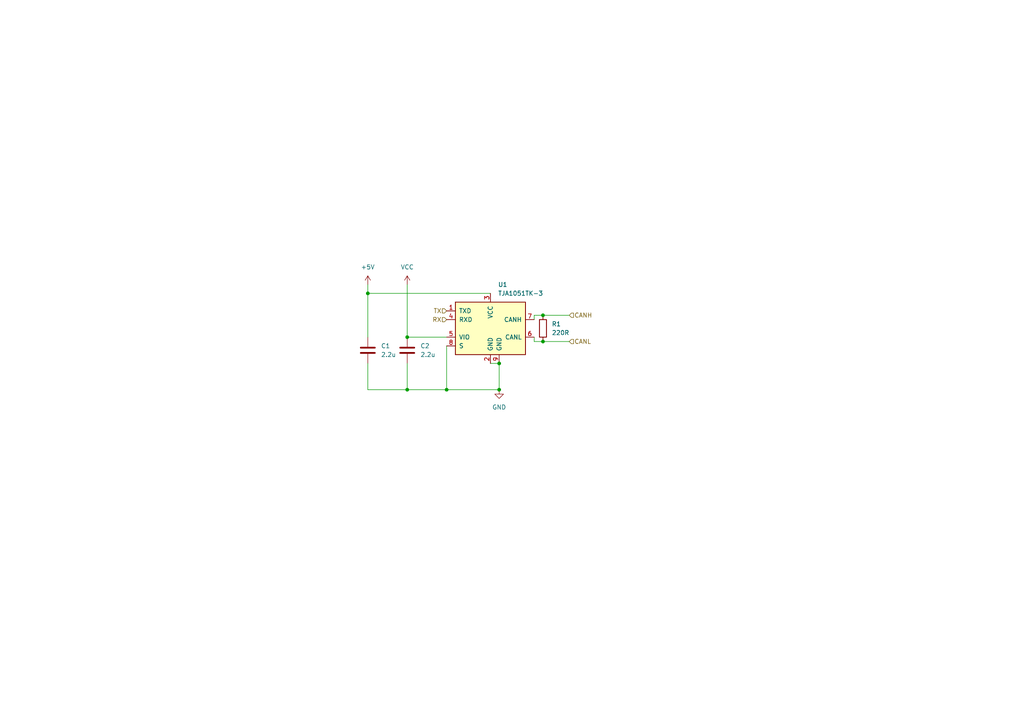
<source format=kicad_sch>
(kicad_sch (version 20231120) (generator "eeschema") (generator_version "8.0")
  (paper "A4")
  (lib_symbols
    (symbol "Device:C" (pin_numbers hide) (pin_names (offset 0.254))
      (property "Reference" "C" (at 0.635 2.54 0))
      (property "Value" "C" (at 0.635 -2.54 0))
      (symbol "C_0_1"
        (polyline (pts (xy -2.032 -0.762) (xy 2.032 -0.762)) (stroke (width 0.508)))
        (polyline (pts (xy -2.032 0.762) (xy 2.032 0.762)) (stroke (width 0.508)))
      )
      (symbol "C_1_1"
        (pin passive line (at 0 3.81 270) (length 2.794) (name "~") (number "1"))
        (pin passive line (at 0 -3.81 90) (length 2.794) (name "~") (number "2"))
      )
    )
    (symbol "Device:R" (pin_numbers hide) (pin_names (offset 0))
      (property "Reference" "R" (at 2.032 0 90))
      (property "Value" "R" (at 0 0 90))
      (symbol "R_0_1"
        (rectangle (start -1.016 -2.54) (end 1.016 2.54) (stroke (width 0.254)))
      )
      (symbol "R_1_1"
        (pin passive line (at 0 3.81 270) (length 1.27) (name "~") (number "1"))
        (pin passive line (at 0 -3.81 90) (length 1.27) (name "~") (number "2"))
      )
    )
    (symbol "Interface_CAN_LIN:TJA1051TK-3" (pin_names (offset 1.016))
      (property "Reference" "U" (at -10.16 8.89 0))
      (property "Value" "TJA1051TK-3" (at 1.27 8.89 0))
      (symbol "TJA1051TK-3_0_1"
        (rectangle (start -10.16 7.62) (end 10.16 -7.62) (stroke (width 0.254)) (fill (type background)))
      )
      (symbol "TJA1051TK-3_1_1"
        (pin input line (at -12.7 5.08 0) (length 2.54) (name "TXD") (number "1"))
        (pin power_in line (at 0 -10.16 90) (length 2.54) (name "GND") (number "2"))
        (pin power_in line (at 0 10.16 270) (length 2.54) (name "VCC") (number "3"))
        (pin output line (at -12.7 2.54 0) (length 2.54) (name "RXD") (number "4"))
        (pin power_in line (at -12.7 -2.54 0) (length 2.54) (name "VIO") (number "5"))
        (pin bidirectional line (at 12.7 -2.54 180) (length 2.54) (name "CANL") (number "6"))
        (pin bidirectional line (at 12.7 2.54 180) (length 2.54) (name "CANH") (number "7"))
        (pin input line (at -12.7 -5.08 0) (length 2.54) (name "S") (number "8"))
        (pin power_in line (at 2.54 -10.16 90) (length 2.54) (name "GND") (number "9"))
      )
    )
    (symbol "power:+5V" (power) (pin_names (offset 0))
      (property "Value" "+5V" (at 0 3.556 0))
      (symbol "+5V_0_1"
        (polyline (pts (xy -0.762 1.27) (xy 0 2.54)))
        (polyline (pts (xy 0 0) (xy 0 2.54)))
        (polyline (pts (xy 0 2.54) (xy 0.762 1.27)))
      )
      (symbol "+5V_1_1"
        (pin power_in line (at 0 0 90) (length 0) hide (name "+5V") (number "1"))
      )
    )
    (symbol "power:GND" (power) (pin_names (offset 0))
      (property "Value" "GND" (at 0 -3.81 0))
      (symbol "GND_0_1"
        (polyline (pts (xy 0 0) (xy 0 -1.27) (xy 1.27 -1.27) (xy 0 -2.54) (xy -1.27 -1.27) (xy 0 -1.27)))
      )
      (symbol "GND_1_1"
        (pin power_in line (at 0 0 270) (length 0) hide (name "GND") (number "1"))
      )
    )
    (symbol "power:VCC" (power) (pin_names (offset 0))
      (property "Value" "VCC" (at 0 3.81 0))
      (symbol "VCC_0_1"
        (polyline (pts (xy -0.762 1.27) (xy 0 2.54)))
        (polyline (pts (xy 0 0) (xy 0 2.54)))
        (polyline (pts (xy 0 2.54) (xy 0.762 1.27)))
      )
      (symbol "VCC_1_1"
        (pin power_in line (at 0 0 90) (length 0) hide (name "VCC") (number "1"))
      )
    )
  )
  (junction (at 118.11 113.03))
  (junction (at 144.78 105.41))
  (junction (at 129.54 113.03))
  (junction (at 118.11 97.79))
  (junction (at 157.48 91.44))
  (junction (at 106.68 85.09))
  (junction (at 144.78 113.03))
  (junction (at 157.48 99.06))
  (wire (pts (xy 157.48 91.44) (xy 165.1 91.44)))
  (wire (pts (xy 106.68 105.41) (xy 106.68 113.03)))
  (wire (pts (xy 144.78 105.41) (xy 144.78 113.03)))
  (wire (pts (xy 118.11 82.55) (xy 118.11 97.79)))
  (wire (pts (xy 118.11 97.79) (xy 129.54 97.79)))
  (wire (pts (xy 157.48 99.06) (xy 165.1 99.06)))
  (wire (pts (xy 154.94 91.44) (xy 157.48 91.44)))
  (wire (pts (xy 106.68 85.09) (xy 106.68 97.79)))
  (wire (pts (xy 106.68 113.03) (xy 118.11 113.03)))
  (wire (pts (xy 118.11 105.41) (xy 118.11 113.03)))
  (wire (pts (xy 154.94 92.71) (xy 154.94 91.44)))
  (wire (pts (xy 118.11 113.03) (xy 129.54 113.03)))
  (wire (pts (xy 129.54 100.33) (xy 129.54 113.03)))
  (wire (pts (xy 129.54 113.03) (xy 144.78 113.03)))
  (wire (pts (xy 106.68 82.55) (xy 106.68 85.09)))
  (wire (pts (xy 142.24 105.41) (xy 144.78 105.41)))
  (wire (pts (xy 154.94 99.06) (xy 157.48 99.06)))
  (wire (pts (xy 154.94 97.79) (xy 154.94 99.06)))
  (wire (pts (xy 106.68 85.09) (xy 142.24 85.09)))
  (hierarchical_label "RX" (shape input) (at 129.54 92.71 180))
  (hierarchical_label "CANH" (shape input) (at 165.1 91.44 0))
  (hierarchical_label "CANL" (shape input) (at 165.1 99.06 0))
  (hierarchical_label "TX" (shape input) (at 129.54 90.17 180))
  (symbol (lib_id "power:GND") (at 144.78 113.03 0) (unit 1)
    (property "Reference" "#PWR02" (effects (hide yes)))
    (property "Value" "GND" (at 144.78 118.11 0))
  )
  (symbol (lib_id "Device:C") (at 118.11 101.6 0) (unit 1)
    (property "Reference" "C2" (at 121.92 100.33 0) (effects (justify left)))
    (property "Value" "2.2u" (at 121.92 102.87 0) (effects (justify left)))
  )
  (symbol (lib_id "power:+5V") (at 106.68 82.55 0) (unit 1)
    (property "Reference" "#PWR01" (effects (hide yes)))
    (property "Value" "+5V" (at 106.68 77.47 0))
  )
  (symbol (lib_id "Interface_CAN_LIN:TJA1051TK-3") (at 142.24 95.25 0) (unit 1)
    (property "Reference" "U1" (at 144.4341 82.55 0) (effects (justify left)))
    (property "Value" "TJA1051TK-3" (at 144.4341 85.09 0) (effects (justify left)))
    (property "Footprint" "Package_DFN_QFN:DFN-8-1EP_3x3mm_P0.65mm_EP1.55x2.4mm" (effects (hide yes)))
    (property "Datasheet" "http://www.nxp.com/docs/en/data-sheet/TJA1051.pdf" (effects (hide yes)))
  )
  (symbol (lib_id "Device:R") (at 157.48 95.25 0) (unit 1)
    (property "Reference" "R1" (at 160.02 93.98 0) (effects (justify left)))
    (property "Value" "220R" (at 160.02 96.52 0) (effects (justify left)))
  )
  (symbol (lib_id "power:VCC") (at 118.11 82.55 0) (unit 1)
    (property "Reference" "#PWR03" (effects (hide yes)))
    (property "Value" "VCC" (at 118.11 77.47 0))
  )
  (symbol (lib_id "Device:C") (at 106.68 101.6 0) (unit 1)
    (property "Reference" "C1" (at 110.49 100.33 0) (effects (justify left)))
    (property "Value" "2.2u" (at 110.49 102.87 0) (effects (justify left)))
  )
)
</source>
